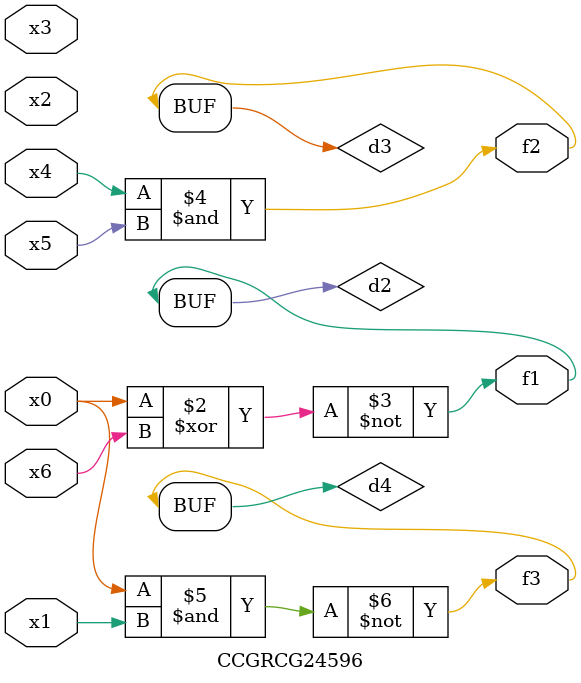
<source format=v>
module CCGRCG24596(
	input x0, x1, x2, x3, x4, x5, x6,
	output f1, f2, f3
);

	wire d1, d2, d3, d4;

	nor (d1, x0);
	xnor (d2, x0, x6);
	and (d3, x4, x5);
	nand (d4, x0, x1);
	assign f1 = d2;
	assign f2 = d3;
	assign f3 = d4;
endmodule

</source>
